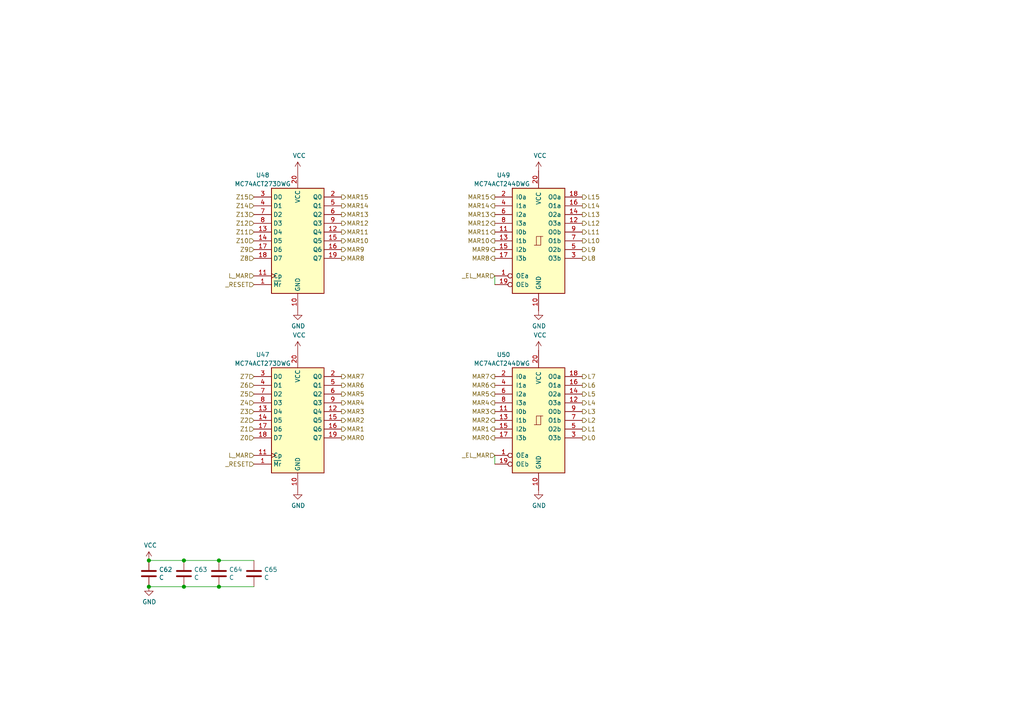
<source format=kicad_sch>
(kicad_sch (version 20200827) (generator eeschema)
  (page 6 7)
  (paper "A4")
  (lib_symbols
    (symbol "74xx:74LS244" (pin_names (offset 1.016))
      (property "Reference" "U" (at -7.62 16.51 0))
      (property "Value" "74LS244" (at -7.62 -16.51 0))
      (symbol "74LS244_1_1"
        (rectangle (start -7.62 15.24) (end 7.62 -15.24) (stroke (width 0.254)) (fill (type background)))
      )
      (symbol "74LS244_1_0"
        (polyline (pts (xy -0.635 -1.27) (xy -0.635 1.27) (xy 0.635 1.27)))
        (polyline (pts (xy -1.27 -1.27) (xy 0.635 -1.27) (xy 0.635 1.27) (xy 1.27 1.27)))
        (pin input inverted (at -12.7 -10.16 0) (length 5.08) (name "OEa") (number "1"))
        (pin power_in line (at 0 -20.32 90) (length 5.08) (name "GND") (number "10"))
        (pin input line (at -12.7 2.54 0) (length 5.08) (name "I0b") (number "11"))
        (pin tri_state line (at 12.7 5.08 180) (length 5.08) (name "O3a") (number "12"))
        (pin input line (at -12.7 0 0) (length 5.08) (name "I1b") (number "13"))
        (pin tri_state line (at 12.7 7.62 180) (length 5.08) (name "O2a") (number "14"))
        (pin input line (at -12.7 -2.54 0) (length 5.08) (name "I2b") (number "15"))
        (pin tri_state line (at 12.7 10.16 180) (length 5.08) (name "O1a") (number "16"))
        (pin input line (at -12.7 -5.08 0) (length 5.08) (name "I3b") (number "17"))
        (pin tri_state line (at 12.7 12.7 180) (length 5.08) (name "O0a") (number "18"))
        (pin input inverted (at -12.7 -12.7 0) (length 5.08) (name "OEb") (number "19"))
        (pin input line (at -12.7 12.7 0) (length 5.08) (name "I0a") (number "2"))
        (pin power_in line (at 0 20.32 270) (length 5.08) (name "VCC") (number "20"))
        (pin tri_state line (at 12.7 -5.08 180) (length 5.08) (name "O3b") (number "3"))
        (pin input line (at -12.7 10.16 0) (length 5.08) (name "I1a") (number "4"))
        (pin tri_state line (at 12.7 -2.54 180) (length 5.08) (name "O2b") (number "5"))
        (pin input line (at -12.7 7.62 0) (length 5.08) (name "I2a") (number "6"))
        (pin tri_state line (at 12.7 0 180) (length 5.08) (name "O1b") (number "7"))
        (pin input line (at -12.7 5.08 0) (length 5.08) (name "I3a") (number "8"))
        (pin tri_state line (at 12.7 2.54 180) (length 5.08) (name "O0b") (number "9"))
      )
    )
    (symbol "74xx:74LS273"
      (property "Reference" "U" (at -7.62 16.51 0))
      (property "Value" "74LS273" (at -7.62 -16.51 0))
      (symbol "74LS273_1_1"
        (rectangle (start -7.62 15.24) (end 7.62 -15.24) (stroke (width 0.254)) (fill (type background)))
      )
      (symbol "74LS273_1_0"
        (pin input line (at -12.7 -12.7 0) (length 5.08) (name "~Mr") (number "1"))
        (pin power_in line (at 0 -20.32 90) (length 5.08) (name "GND") (number "10"))
        (pin input clock (at -12.7 -10.16 0) (length 5.08) (name "Cp") (number "11"))
        (pin output line (at 12.7 2.54 180) (length 5.08) (name "Q4") (number "12"))
        (pin input line (at -12.7 2.54 0) (length 5.08) (name "D4") (number "13"))
        (pin input line (at -12.7 0 0) (length 5.08) (name "D5") (number "14"))
        (pin output line (at 12.7 0 180) (length 5.08) (name "Q5") (number "15"))
        (pin output line (at 12.7 -2.54 180) (length 5.08) (name "Q6") (number "16"))
        (pin input line (at -12.7 -2.54 0) (length 5.08) (name "D6") (number "17"))
        (pin input line (at -12.7 -5.08 0) (length 5.08) (name "D7") (number "18"))
        (pin output line (at 12.7 -5.08 180) (length 5.08) (name "Q7") (number "19"))
        (pin output line (at 12.7 12.7 180) (length 5.08) (name "Q0") (number "2"))
        (pin power_in line (at 0 20.32 270) (length 5.08) (name "VCC") (number "20"))
        (pin input line (at -12.7 12.7 0) (length 5.08) (name "D0") (number "3"))
        (pin input line (at -12.7 10.16 0) (length 5.08) (name "D1") (number "4"))
        (pin output line (at 12.7 10.16 180) (length 5.08) (name "Q1") (number "5"))
        (pin output line (at 12.7 7.62 180) (length 5.08) (name "Q2") (number "6"))
        (pin input line (at -12.7 7.62 0) (length 5.08) (name "D2") (number "7"))
        (pin input line (at -12.7 5.08 0) (length 5.08) (name "D3") (number "8"))
        (pin output line (at 12.7 5.08 180) (length 5.08) (name "Q3") (number "9"))
      )
    )
    (symbol "Device:C" (pin_numbers hide) (pin_names (offset 0.254))
      (property "Reference" "C" (at 0.635 2.54 0))
      (property "Value" "C" (at 0.635 -2.54 0))
      (symbol "C_0_1"
        (polyline (pts (xy -2.032 -0.762) (xy 2.032 -0.762)) (stroke (width 0.508)))
        (polyline (pts (xy -2.032 0.762) (xy 2.032 0.762)) (stroke (width 0.508)))
      )
      (symbol "C_1_1"
        (pin passive line (at 0 3.81 270) (length 2.794) (name "~") (number "1"))
        (pin passive line (at 0 -3.81 90) (length 2.794) (name "~") (number "2"))
      )
    )
    (symbol "power:GND" (power) (pin_names (offset 0))
      (property "Value" "GND" (at 0 -3.81 0))
      (symbol "GND_0_1"
        (polyline (pts (xy 0 0) (xy 0 -1.27) (xy 1.27 -1.27) (xy 0 -2.54) (xy -1.27 -1.27) (xy 0 -1.27)))
      )
      (symbol "GND_1_1"
        (pin power_in line (at 0 0 270) (length 0) hide (name "GND") (number "1"))
      )
    )
    (symbol "power:VCC" (power) (pin_names (offset 0))
      (property "Value" "VCC" (at 0 3.81 0))
      (symbol "VCC_0_1"
        (polyline (pts (xy -0.762 1.27) (xy 0 2.54)))
        (polyline (pts (xy 0 0) (xy 0 2.54)))
        (polyline (pts (xy 0 2.54) (xy 0.762 1.27)))
      )
      (symbol "VCC_1_1"
        (pin power_in line (at 0 0 90) (length 0) hide (name "VCC") (number "1"))
      )
    )
  )
  (junction (at 43.18 162.56) (diameter 1.016))
  (junction (at 43.18 170.18) (diameter 1.016))
  (junction (at 53.34 162.56) (diameter 1.016))
  (junction (at 53.34 170.18) (diameter 1.016))
  (junction (at 63.5 162.56) (diameter 1.016))
  (junction (at 63.5 170.18) (diameter 1.016))
  (wire (pts (xy 43.18 170.18) (xy 53.34 170.18)))
  (wire (pts (xy 53.34 162.56) (xy 43.18 162.56)))
  (wire (pts (xy 53.34 170.18) (xy 63.5 170.18)))
  (wire (pts (xy 63.5 162.56) (xy 53.34 162.56)))
  (wire (pts (xy 63.5 170.18) (xy 73.66 170.18)))
  (wire (pts (xy 73.66 162.56) (xy 63.5 162.56)))
  (wire (pts (xy 143.51 80.01) (xy 143.51 82.55)))
  (wire (pts (xy 143.51 132.08) (xy 143.51 134.62)))
  (hierarchical_label "Z15" (shape input) (at 73.66 57.15 180))
  (hierarchical_label "Z14" (shape input) (at 73.66 59.69 180))
  (hierarchical_label "Z13" (shape input) (at 73.66 62.23 180))
  (hierarchical_label "Z12" (shape input) (at 73.66 64.77 180))
  (hierarchical_label "Z11" (shape input) (at 73.66 67.31 180))
  (hierarchical_label "Z10" (shape input) (at 73.66 69.85 180))
  (hierarchical_label "Z9" (shape input) (at 73.66 72.39 180))
  (hierarchical_label "Z8" (shape input) (at 73.66 74.93 180))
  (hierarchical_label "L_MAR" (shape input) (at 73.66 80.01 180))
  (hierarchical_label "_RESET" (shape input) (at 73.66 82.55 180))
  (hierarchical_label "Z7" (shape input) (at 73.66 109.22 180))
  (hierarchical_label "Z6" (shape input) (at 73.66 111.76 180))
  (hierarchical_label "Z5" (shape input) (at 73.66 114.3 180))
  (hierarchical_label "Z4" (shape input) (at 73.66 116.84 180))
  (hierarchical_label "Z3" (shape input) (at 73.66 119.38 180))
  (hierarchical_label "Z2" (shape input) (at 73.66 121.92 180))
  (hierarchical_label "Z1" (shape input) (at 73.66 124.46 180))
  (hierarchical_label "Z0" (shape input) (at 73.66 127 180))
  (hierarchical_label "L_MAR" (shape input) (at 73.66 132.08 180))
  (hierarchical_label "_RESET" (shape input) (at 73.66 134.62 180))
  (hierarchical_label "MAR15" (shape output) (at 99.06 57.15 0))
  (hierarchical_label "MAR14" (shape output) (at 99.06 59.69 0))
  (hierarchical_label "MAR13" (shape output) (at 99.06 62.23 0))
  (hierarchical_label "MAR12" (shape output) (at 99.06 64.77 0))
  (hierarchical_label "MAR11" (shape output) (at 99.06 67.31 0))
  (hierarchical_label "MAR10" (shape output) (at 99.06 69.85 0))
  (hierarchical_label "MAR9" (shape output) (at 99.06 72.39 0))
  (hierarchical_label "MAR8" (shape output) (at 99.06 74.93 0))
  (hierarchical_label "MAR7" (shape output) (at 99.06 109.22 0))
  (hierarchical_label "MAR6" (shape output) (at 99.06 111.76 0))
  (hierarchical_label "MAR5" (shape output) (at 99.06 114.3 0))
  (hierarchical_label "MAR4" (shape output) (at 99.06 116.84 0))
  (hierarchical_label "MAR3" (shape output) (at 99.06 119.38 0))
  (hierarchical_label "MAR2" (shape output) (at 99.06 121.92 0))
  (hierarchical_label "MAR1" (shape output) (at 99.06 124.46 0))
  (hierarchical_label "MAR0" (shape output) (at 99.06 127 0))
  (hierarchical_label "MAR15" (shape output) (at 143.51 57.15 180))
  (hierarchical_label "MAR14" (shape output) (at 143.51 59.69 180))
  (hierarchical_label "MAR13" (shape output) (at 143.51 62.23 180))
  (hierarchical_label "MAR12" (shape output) (at 143.51 64.77 180))
  (hierarchical_label "MAR11" (shape output) (at 143.51 67.31 180))
  (hierarchical_label "MAR10" (shape output) (at 143.51 69.85 180))
  (hierarchical_label "MAR9" (shape output) (at 143.51 72.39 180))
  (hierarchical_label "MAR8" (shape output) (at 143.51 74.93 180))
  (hierarchical_label "_EL_MAR" (shape input) (at 143.51 80.01 180))
  (hierarchical_label "MAR7" (shape output) (at 143.51 109.22 180))
  (hierarchical_label "MAR6" (shape output) (at 143.51 111.76 180))
  (hierarchical_label "MAR5" (shape output) (at 143.51 114.3 180))
  (hierarchical_label "MAR4" (shape output) (at 143.51 116.84 180))
  (hierarchical_label "MAR3" (shape output) (at 143.51 119.38 180))
  (hierarchical_label "MAR2" (shape output) (at 143.51 121.92 180))
  (hierarchical_label "MAR1" (shape output) (at 143.51 124.46 180))
  (hierarchical_label "MAR0" (shape output) (at 143.51 127 180))
  (hierarchical_label "_EL_MAR" (shape input) (at 143.51 132.08 180))
  (hierarchical_label "L15" (shape output) (at 168.91 57.15 0))
  (hierarchical_label "L14" (shape output) (at 168.91 59.69 0))
  (hierarchical_label "L13" (shape output) (at 168.91 62.23 0))
  (hierarchical_label "L12" (shape output) (at 168.91 64.77 0))
  (hierarchical_label "L11" (shape output) (at 168.91 67.31 0))
  (hierarchical_label "L10" (shape output) (at 168.91 69.85 0))
  (hierarchical_label "L9" (shape output) (at 168.91 72.39 0))
  (hierarchical_label "L8" (shape output) (at 168.91 74.93 0))
  (hierarchical_label "L7" (shape output) (at 168.91 109.22 0))
  (hierarchical_label "L6" (shape output) (at 168.91 111.76 0))
  (hierarchical_label "L5" (shape output) (at 168.91 114.3 0))
  (hierarchical_label "L4" (shape output) (at 168.91 116.84 0))
  (hierarchical_label "L3" (shape output) (at 168.91 119.38 0))
  (hierarchical_label "L2" (shape output) (at 168.91 121.92 0))
  (hierarchical_label "L1" (shape output) (at 168.91 124.46 0))
  (hierarchical_label "L0" (shape output) (at 168.91 127 0))
  (symbol (lib_id "power:VCC") (at 43.18 162.56 0) (unit 1)
    (property "Reference" "#PWR0243" (effects hide))
    (property "Value" "VCC" (at 43.6118 158.1658 0))
  )
  (symbol (lib_id "power:VCC") (at 86.36 49.53 0) (unit 1)
    (property "Reference" "#PWR0235" (effects hide))
    (property "Value" "VCC" (at 86.7918 45.1358 0))
  )
  (symbol (lib_id "power:VCC") (at 86.36 101.6 0) (unit 1)
    (property "Reference" "#PWR0239" (effects hide))
    (property "Value" "VCC" (at 86.7918 97.2058 0))
  )
  (symbol (lib_id "power:VCC") (at 156.21 49.53 0) (unit 1)
    (property "Reference" "#PWR0236" (effects hide))
    (property "Value" "VCC" (at 156.6418 45.1358 0))
  )
  (symbol (lib_id "power:VCC") (at 156.21 101.6 0) (unit 1)
    (property "Reference" "#PWR0240" (effects hide))
    (property "Value" "VCC" (at 156.6418 97.2058 0))
  )
  (symbol (lib_id "power:GND") (at 43.18 170.18 0) (unit 1)
    (property "Reference" "#PWR0244" (effects hide))
    (property "Value" "GND" (at 43.307 174.5742 0))
  )
  (symbol (lib_id "power:GND") (at 86.36 90.17 0) (unit 1)
    (property "Reference" "#PWR0237" (effects hide))
    (property "Value" "GND" (at 86.487 94.5642 0))
  )
  (symbol (lib_id "power:GND") (at 86.36 142.24 0) (unit 1)
    (property "Reference" "#PWR0241" (effects hide))
    (property "Value" "GND" (at 86.487 146.6342 0))
  )
  (symbol (lib_id "power:GND") (at 156.21 90.17 0) (unit 1)
    (property "Reference" "#PWR0238" (effects hide))
    (property "Value" "GND" (at 156.337 94.5642 0))
  )
  (symbol (lib_id "power:GND") (at 156.21 142.24 0) (unit 1)
    (property "Reference" "#PWR0242" (effects hide))
    (property "Value" "GND" (at 156.337 146.6342 0))
  )
  (symbol (lib_id "Device:C") (at 43.18 166.37 0) (unit 1)
    (property "Reference" "C62" (at 46.101 165.2016 0) (effects (justify left)))
    (property "Value" "C" (at 46.101 167.513 0) (effects (justify left)))
    (property "Footprint" "Capacitor_SMD:C_1206_3216Metric" (effects hide))
  )
  (symbol (lib_id "Device:C") (at 53.34 166.37 0) (unit 1)
    (property "Reference" "C63" (at 56.261 165.2016 0) (effects (justify left)))
    (property "Value" "C" (at 56.261 167.513 0) (effects (justify left)))
    (property "Footprint" "Capacitor_SMD:C_1206_3216Metric" (effects hide))
  )
  (symbol (lib_id "Device:C") (at 63.5 166.37 0) (unit 1)
    (property "Reference" "C64" (at 66.421 165.2016 0) (effects (justify left)))
    (property "Value" "C" (at 66.421 167.513 0) (effects (justify left)))
    (property "Footprint" "Capacitor_SMD:C_1206_3216Metric" (effects hide))
  )
  (symbol (lib_id "Device:C") (at 73.66 166.37 0) (unit 1)
    (property "Reference" "C65" (at 76.581 165.2016 0) (effects (justify left)))
    (property "Value" "C" (at 76.581 167.513 0) (effects (justify left)))
    (property "Footprint" "Capacitor_SMD:C_1206_3216Metric" (effects hide))
  )
  (symbol (lib_id "74xx:74LS273") (at 86.36 69.85 0) (unit 1)
    (property "Reference" "U48" (at 76.2 50.8 0))
    (property "Value" "MC74ACT273DWG" (at 76.2 53.34 0))
    (property "Footprint" "Package_SO:SOIC-20W_7.5x12.8mm_P1.27mm" (effects hide))
    (property "Datasheet" "http://www.ti.com/lit/gpn/sn74LS273" (effects hide))
  )
  (symbol (lib_id "74xx:74LS273") (at 86.36 121.92 0) (unit 1)
    (property "Reference" "U47" (at 76.2 102.87 0))
    (property "Value" "MC74ACT273DWG" (at 76.2 105.41 0))
    (property "Footprint" "Package_SO:SOIC-20W_7.5x12.8mm_P1.27mm" (effects hide))
    (property "Datasheet" "http://www.ti.com/lit/gpn/sn74LS273" (effects hide))
  )
  (symbol (lib_id "74xx:74LS244") (at 156.21 69.85 0) (unit 1)
    (property "Reference" "U49" (at 146.05 50.8 0))
    (property "Value" "MC74ACT244DWG " (at 146.05 53.34 0))
    (property "Footprint" "Package_SO:SOIC-20W_7.5x12.8mm_P1.27mm" (effects hide))
    (property "Datasheet" "http://www.ti.com/lit/gpn/sn74LS244" (effects hide))
  )
  (symbol (lib_id "74xx:74LS244") (at 156.21 121.92 0) (unit 1)
    (property "Reference" "U50" (at 146.05 102.87 0))
    (property "Value" "MC74ACT244DWG " (at 146.05 105.41 0))
    (property "Footprint" "Package_SO:SOIC-20W_7.5x12.8mm_P1.27mm" (effects hide))
    (property "Datasheet" "http://www.ti.com/lit/gpn/sn74LS244" (effects hide))
  )
)
</source>
